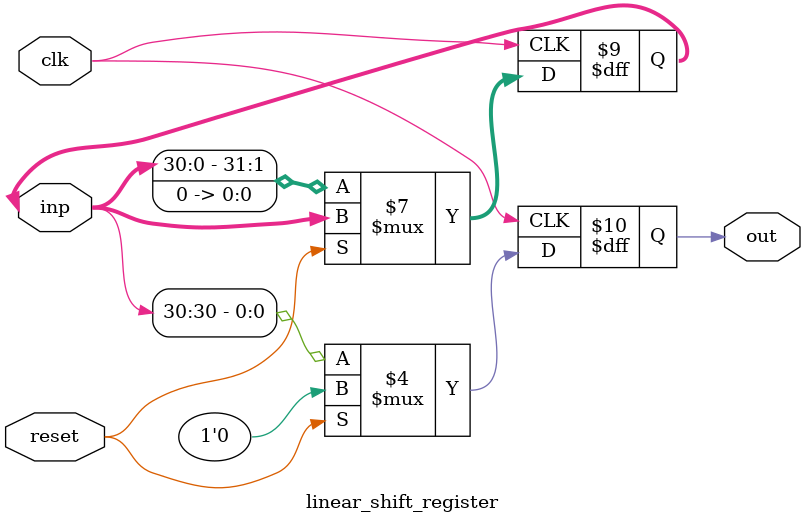
<source format=v>


`timescale 1ns / 1ps

module linear_shift_register (
    input[31:0] inp,
    output reg out,
    input clk,
    input reset,
);
    always @(posedge clk) begin
        if(reset) 
        begin
            out = 0;            
        end
        else 
        begin
            out = inp[30];
            inp = inp << 1;
        end
    end
endmodule
</source>
